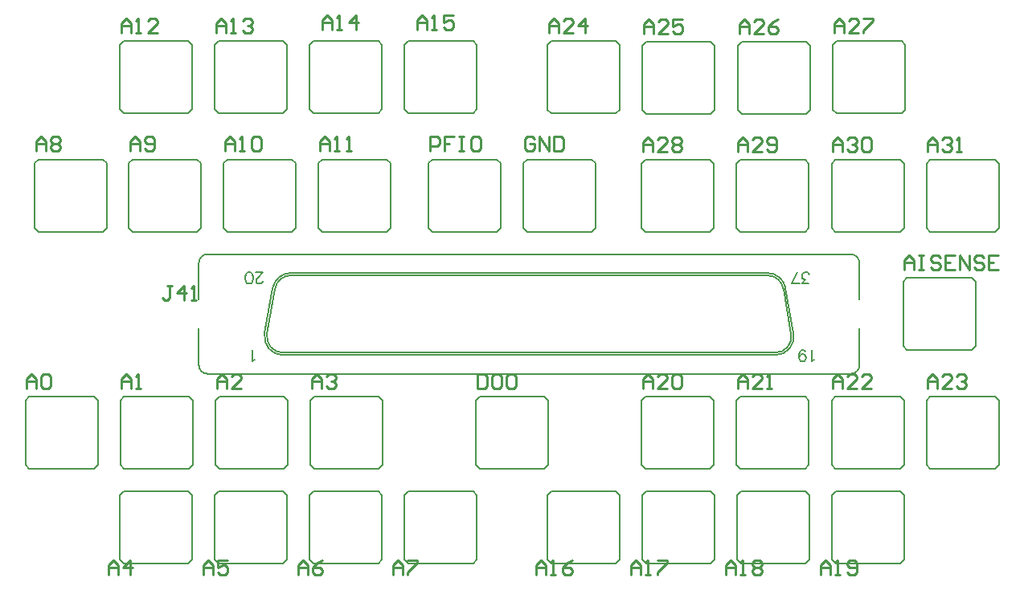
<source format=gto>
G04*
G04 #@! TF.GenerationSoftware,Altium Limited,Altium Designer,19.1.5 (86)*
G04*
G04 Layer_Color=65535*
%FSLAX44Y44*%
%MOMM*%
G71*
G01*
G75*
%ADD10C,0.2000*%
%ADD11C,0.2540*%
D10*
X1385706Y776706D02*
G03*
X1368947Y790767I-16759J-2957D01*
G01*
X1377329Y709233D02*
G03*
X1394088Y729209I0J17018D01*
G01*
X841926D02*
G03*
X858685Y709233I16759J-2957D01*
G01*
X867067Y790767D02*
G03*
X850308Y776706I0J-17018D01*
G01*
X1388208Y777148D02*
G03*
X1368947Y793307I-19260J-3399D01*
G01*
X1377329Y706693D02*
G03*
X1396590Y729650I0J19558D01*
G01*
X839424D02*
G03*
X858685Y706693I19260J-3399D01*
G01*
X867067Y793307D02*
G03*
X847806Y777148I0J-19558D01*
G01*
X1456973Y687008D02*
G03*
X1465863Y695898I0J8890D01*
G01*
Y804102D02*
G03*
X1456973Y812992I-8890J-0D01*
G01*
X779041Y812992D02*
G03*
X770151Y804102I0J-8890D01*
G01*
X770151Y695898D02*
G03*
X779041Y687008I8890J0D01*
G01*
X1514300Y965600D02*
Y1033600D01*
X1442200Y961500D02*
X1510200D01*
X1438100Y1033600D02*
X1442200Y1037700D01*
X1510200D02*
X1514300Y1033600D01*
X1438100Y965600D02*
X1442200Y961500D01*
X1438100Y965600D02*
Y1033600D01*
X1510200Y961500D02*
X1514300Y965600D01*
X1442200Y1037700D02*
X1510200D01*
X1513100Y491000D02*
Y559000D01*
X1441000Y486900D02*
X1509000D01*
X1436900Y559000D02*
X1441000Y563100D01*
X1509000D02*
X1513100Y559000D01*
X1436900Y491000D02*
X1441000Y486900D01*
X1436900Y491000D02*
Y559000D01*
X1509000Y486900D02*
X1513100Y491000D01*
X1441000Y563100D02*
X1509000D01*
X1413100Y491000D02*
Y559000D01*
X1341000Y486900D02*
X1409000D01*
X1336900Y559000D02*
X1341000Y563100D01*
X1409000D02*
X1413100Y559000D01*
X1336900Y491000D02*
X1341000Y486900D01*
X1336900Y491000D02*
Y559000D01*
X1409000Y486900D02*
X1413100Y491000D01*
X1341000Y563100D02*
X1409000D01*
X1313100Y491000D02*
Y559000D01*
X1241000Y486900D02*
X1309000D01*
X1236900Y559000D02*
X1241000Y563100D01*
X1309000D02*
X1313100Y559000D01*
X1236900Y491000D02*
X1241000Y486900D01*
X1236900Y491000D02*
Y559000D01*
X1309000Y486900D02*
X1313100Y491000D01*
X1241000Y563100D02*
X1309000D01*
X1213100Y491000D02*
Y559000D01*
X1141000Y486900D02*
X1209000D01*
X1136900Y559000D02*
X1141000Y563100D01*
X1209000D02*
X1213100Y559000D01*
X1136900Y491000D02*
X1141000Y486900D01*
X1136900Y491000D02*
Y559000D01*
X1209000Y486900D02*
X1213100Y491000D01*
X1141000Y563100D02*
X1209000D01*
X1063100Y491000D02*
Y559000D01*
X991000Y486900D02*
X1059000D01*
X986900Y559000D02*
X991000Y563100D01*
X1059000D02*
X1063100Y559000D01*
X986900Y491000D02*
X991000Y486900D01*
X986900Y491000D02*
Y559000D01*
X1059000Y486900D02*
X1063100Y491000D01*
X991000Y563100D02*
X1059000D01*
X963100Y491000D02*
Y559000D01*
X891001Y486900D02*
X959000D01*
X886900Y559000D02*
X891001Y563100D01*
X959000D02*
X963100Y559000D01*
X886900Y491000D02*
X891001Y486900D01*
X886900Y491000D02*
Y559000D01*
X959000Y486900D02*
X963100Y491000D01*
X891001Y563100D02*
X959000D01*
X863100Y491000D02*
Y559000D01*
X791000Y486900D02*
X859000D01*
X786900Y559000D02*
X791000Y563100D01*
X859000D02*
X863100Y559000D01*
X786900Y491000D02*
X791000Y486900D01*
X786900Y491000D02*
Y559000D01*
X859000Y486900D02*
X863100Y491000D01*
X791000Y563100D02*
X859000D01*
X763100Y491000D02*
Y559000D01*
X691000Y486900D02*
X759000D01*
X686900Y559000D02*
X691000Y563100D01*
X759000D02*
X763100Y559000D01*
X686900Y491000D02*
X691000Y486900D01*
X686900Y491000D02*
Y559000D01*
X759000Y486900D02*
X763100Y491000D01*
X691000Y563100D02*
X759000D01*
X1063100Y966000D02*
Y1034000D01*
X991000Y961900D02*
X1059000D01*
X986900Y1034000D02*
X991000Y1038100D01*
X1059000D02*
X1063100Y1034000D01*
X986900Y966000D02*
X991000Y961900D01*
X986900Y966000D02*
Y1034000D01*
X1059000Y961900D02*
X1063100Y966000D01*
X991000Y1038100D02*
X1059000D01*
X963100Y966000D02*
Y1034000D01*
X891001Y961900D02*
X959000D01*
X886900Y1034000D02*
X891001Y1038100D01*
X959000D02*
X963100Y1034000D01*
X886900Y966000D02*
X891001Y961900D01*
X886900Y966000D02*
Y1034000D01*
X959000Y961900D02*
X963100Y966000D01*
X891001Y1038100D02*
X959000D01*
X1385706Y776707D02*
X1394088Y729209D01*
X858685Y709233D02*
X1377329D01*
X841926Y729209D02*
X850308Y776707D01*
X867067Y790767D02*
X1368947D01*
X1388208Y777148D02*
X1396590Y729650D01*
X858685Y706693D02*
X1377329D01*
X839424Y729650D02*
X847806Y777148D01*
X867067Y793307D02*
X1368947D01*
X779041Y812992D02*
X1456972D01*
X779041Y687008D02*
X1456972D01*
X770151Y695898D02*
Y735000D01*
X1465862Y695898D02*
Y735000D01*
Y765000D02*
Y804102D01*
X770151Y765000D02*
Y804102D01*
X891400Y662700D02*
X959400D01*
Y586500D02*
X963500Y590600D01*
X887300D02*
Y658600D01*
Y590600D02*
X891400Y586500D01*
X959400Y662700D02*
X963500Y658600D01*
X887300D02*
X891400Y662700D01*
Y586500D02*
X959400D01*
X963500Y590600D02*
Y658600D01*
X791400Y662700D02*
X859400D01*
Y586500D02*
X863500Y590600D01*
X787300D02*
Y658600D01*
Y590600D02*
X791400Y586500D01*
X859400Y662700D02*
X863500Y658600D01*
X787300D02*
X791400Y662700D01*
Y586500D02*
X859400D01*
X863500Y590600D02*
Y658600D01*
X691400Y662700D02*
X759400D01*
Y586500D02*
X763500Y590600D01*
X687300D02*
Y658600D01*
Y590600D02*
X691400Y586500D01*
X759400Y662700D02*
X763500Y658600D01*
X687300D02*
X691400Y662700D01*
Y586500D02*
X759400D01*
X763500Y590600D02*
Y658600D01*
X591400Y662700D02*
X659400D01*
Y586500D02*
X663500Y590600D01*
X587300D02*
Y658600D01*
Y590600D02*
X591400Y586500D01*
X659400Y662700D02*
X663500Y658600D01*
X587300D02*
X591400Y662700D01*
Y586500D02*
X659400D01*
X663500Y590600D02*
Y658600D01*
X900200Y913100D02*
X968200D01*
Y836900D02*
X972300Y841000D01*
X896100D02*
Y909000D01*
Y841000D02*
X900200Y836900D01*
X968200Y913100D02*
X972300Y909000D01*
X896100D02*
X900200Y913100D01*
Y836900D02*
X968200D01*
X972300Y841000D02*
Y909000D01*
X800200Y913100D02*
X868200D01*
Y836900D02*
X872300Y841000D01*
X796100D02*
Y909000D01*
Y841000D02*
X800200Y836900D01*
X868200Y913100D02*
X872300Y909000D01*
X796100D02*
X800200Y913100D01*
Y836900D02*
X868200D01*
X872300Y841000D02*
Y909000D01*
X700200Y913100D02*
X768200D01*
Y836900D02*
X772300Y841000D01*
X696100D02*
Y909000D01*
Y841000D02*
X700200Y836900D01*
X768200Y913100D02*
X772300Y909000D01*
X696100D02*
X700200Y913100D01*
Y836900D02*
X768200D01*
X772300Y841000D02*
Y909000D01*
X601000Y913100D02*
X669000D01*
Y836900D02*
X673100Y841000D01*
X596900D02*
Y909000D01*
Y841000D02*
X601000Y836900D01*
X669000Y913100D02*
X673100Y909000D01*
X596900D02*
X601000Y913100D01*
Y836900D02*
X669000D01*
X673100Y841000D02*
Y909000D01*
X791001Y1038100D02*
X859001D01*
Y961900D02*
X863101Y966000D01*
X786901D02*
Y1034000D01*
Y966000D02*
X791001Y961900D01*
X859001Y1038100D02*
X863101Y1034000D01*
X786901D02*
X791001Y1038100D01*
Y961900D02*
X859001D01*
X863101Y966000D02*
Y1034000D01*
X691000Y1038100D02*
X759000D01*
Y961900D02*
X763100Y966000D01*
X686900D02*
Y1034000D01*
Y966000D02*
X691000Y961900D01*
X759000Y1038100D02*
X763100Y1034000D01*
X686900D02*
X691000Y1038100D01*
Y961900D02*
X759000D01*
X763100Y966000D02*
Y1034000D01*
X1540600Y662700D02*
X1608600D01*
Y586500D02*
X1612700Y590600D01*
X1536500D02*
Y658600D01*
Y590600D02*
X1540600Y586500D01*
X1608600Y662700D02*
X1612700Y658600D01*
X1536500D02*
X1540600Y662700D01*
Y586500D02*
X1608600D01*
X1612700Y590600D02*
Y658600D01*
X1440600Y662700D02*
X1508600D01*
Y586500D02*
X1512699Y590600D01*
X1436499D02*
Y658600D01*
Y590600D02*
X1440600Y586500D01*
X1508600Y662700D02*
X1512699Y658600D01*
X1436499D02*
X1440600Y662700D01*
Y586500D02*
X1508600D01*
X1512699Y590600D02*
Y658600D01*
X1340600Y662700D02*
X1408600D01*
Y586500D02*
X1412700Y590600D01*
X1336500D02*
Y658600D01*
Y590600D02*
X1340600Y586500D01*
X1408600Y662700D02*
X1412700Y658600D01*
X1336500D02*
X1340600Y662700D01*
Y586500D02*
X1408600D01*
X1412700Y590600D02*
Y658600D01*
X1240600Y662700D02*
X1308599D01*
Y586500D02*
X1312699Y590600D01*
X1236499D02*
Y658600D01*
Y590600D02*
X1240600Y586500D01*
X1308599Y662700D02*
X1312699Y658600D01*
X1236499D02*
X1240600Y662700D01*
Y586500D02*
X1308599D01*
X1312699Y590600D02*
Y658600D01*
X1342200Y1036900D02*
X1410200D01*
Y960700D02*
X1414300Y964800D01*
X1338100D02*
Y1032800D01*
Y964800D02*
X1342200Y960700D01*
X1410200Y1036900D02*
X1414300Y1032800D01*
X1338100D02*
X1342200Y1036900D01*
Y960700D02*
X1410200D01*
X1414300Y964800D02*
Y1032800D01*
X1241400Y1036900D02*
X1309400D01*
Y960700D02*
X1313500Y964800D01*
X1237300D02*
Y1032800D01*
Y964800D02*
X1241400Y960700D01*
X1309400Y1036900D02*
X1313500Y1032800D01*
X1237300D02*
X1241400Y1036900D01*
Y960700D02*
X1309400D01*
X1313500Y964800D02*
Y1032800D01*
X1141400Y1037700D02*
X1209400D01*
Y961500D02*
X1213500Y965600D01*
X1137300D02*
Y1033600D01*
Y965600D02*
X1141400Y961500D01*
X1209400Y1037700D02*
X1213500Y1033600D01*
X1137300D02*
X1141400Y1037700D01*
Y961500D02*
X1209400D01*
X1213500Y965600D02*
Y1033600D01*
X1540600Y912700D02*
X1608600D01*
Y836500D02*
X1612700Y840600D01*
X1536500D02*
Y908600D01*
Y840600D02*
X1540600Y836500D01*
X1608600Y912700D02*
X1612700Y908600D01*
X1536500D02*
X1540600Y912700D01*
Y836500D02*
X1608600D01*
X1612700Y840600D02*
Y908600D01*
X1440600Y912700D02*
X1508600D01*
Y836500D02*
X1512699Y840600D01*
X1436499D02*
Y908600D01*
Y840600D02*
X1440600Y836500D01*
X1508600Y912700D02*
X1512699Y908600D01*
X1436499D02*
X1440600Y912700D01*
Y836500D02*
X1508600D01*
X1512699Y840600D02*
Y908600D01*
X1340600Y912700D02*
X1408600D01*
Y836500D02*
X1412700Y840600D01*
X1336500D02*
Y908600D01*
Y840600D02*
X1340600Y836500D01*
X1408600Y912700D02*
X1412700Y908600D01*
X1336500D02*
X1340600Y912700D01*
Y836500D02*
X1408600D01*
X1412700Y840600D02*
Y908600D01*
X1240600Y912700D02*
X1308599D01*
Y836500D02*
X1312699Y840600D01*
X1236499D02*
Y908600D01*
Y840600D02*
X1240600Y836500D01*
X1308599Y912700D02*
X1312699Y908600D01*
X1236499D02*
X1240600Y912700D01*
Y836500D02*
X1308599D01*
X1312699Y840600D02*
Y908600D01*
X1516000Y788100D02*
X1584000D01*
Y711900D02*
X1588100Y716000D01*
X1511900D02*
Y784000D01*
Y716000D02*
X1516000Y711900D01*
X1584000Y788100D02*
X1588100Y784000D01*
X1511900D02*
X1516000Y788100D01*
Y711900D02*
X1584000D01*
X1588100Y716000D02*
Y784000D01*
X1066000Y663100D02*
X1134000D01*
Y586900D02*
X1138100Y591000D01*
X1061900D02*
Y659000D01*
Y591000D02*
X1066000Y586900D01*
X1134000Y663100D02*
X1138100Y659000D01*
X1061900D02*
X1066000Y663100D01*
Y586900D02*
X1134000D01*
X1138100Y591000D02*
Y659000D01*
X1016000Y913100D02*
X1084000D01*
Y836900D02*
X1088100Y841000D01*
X1011900D02*
Y909000D01*
Y841000D02*
X1016000Y836900D01*
X1084000Y913100D02*
X1088100Y909000D01*
X1011900D02*
X1016000Y913100D01*
Y836900D02*
X1084000D01*
X1088100Y841000D02*
Y909000D01*
X1116000Y913100D02*
X1184000D01*
Y836900D02*
X1188100Y841000D01*
X1111900D02*
Y909000D01*
Y841000D02*
X1116000Y836900D01*
X1184000Y913100D02*
X1188100Y909000D01*
X1111900D02*
X1116000Y913100D01*
Y836900D02*
X1184000D01*
X1188100Y841000D02*
Y909000D01*
X837134Y784859D02*
Y784288D01*
X836563Y783145D01*
X835992Y782574D01*
X834849Y782003D01*
X832564D01*
X831422Y782574D01*
X830850Y783145D01*
X830279Y784288D01*
Y785430D01*
X830850Y786573D01*
X831993Y788287D01*
X837706Y794000D01*
X829708D01*
X823595Y782003D02*
X825309Y782574D01*
X826451Y784288D01*
X827022Y787144D01*
Y788858D01*
X826451Y791715D01*
X825309Y793429D01*
X823595Y794000D01*
X822452D01*
X820738Y793429D01*
X819595Y791715D01*
X819024Y788858D01*
Y787144D01*
X819595Y784288D01*
X820738Y782574D01*
X822452Y782003D01*
X823595D01*
X1418319Y702288D02*
X1417176Y701717D01*
X1415462Y700003D01*
Y712000D01*
X1402094Y704002D02*
X1402665Y705716D01*
X1403808Y706858D01*
X1405522Y707430D01*
X1406093D01*
X1407807Y706858D01*
X1408950Y705716D01*
X1409521Y704002D01*
Y703430D01*
X1408950Y701717D01*
X1407807Y700574D01*
X1406093Y700003D01*
X1405522D01*
X1403808Y700574D01*
X1402665Y701717D01*
X1402094Y704002D01*
Y706858D01*
X1402665Y709715D01*
X1403808Y711429D01*
X1405522Y712000D01*
X1406664D01*
X1408378Y711429D01*
X1408950Y710286D01*
X1412176Y782003D02*
X1405892D01*
X1409320Y786573D01*
X1407606D01*
X1406463Y787144D01*
X1405892Y787716D01*
X1405321Y789429D01*
Y790572D01*
X1405892Y792286D01*
X1407035Y793429D01*
X1408749Y794000D01*
X1410462D01*
X1412176Y793429D01*
X1412748Y792857D01*
X1413319Y791715D01*
X1394637Y782003D02*
X1400350Y794000D01*
X1402636Y782003D02*
X1394637D01*
X829206Y702288D02*
X828063Y701717D01*
X826349Y700003D01*
Y712000D01*
D11*
X742012Y779459D02*
X736933D01*
X739473D01*
Y766763D01*
X736933Y764224D01*
X734394D01*
X731855Y766763D01*
X754708Y764224D02*
Y779459D01*
X747090Y771842D01*
X757247D01*
X762325Y764224D02*
X767404D01*
X764864D01*
Y779459D01*
X762325Y776920D01*
X1513370Y796798D02*
Y806955D01*
X1518448Y812033D01*
X1523527Y806955D01*
Y796798D01*
Y804416D01*
X1513370D01*
X1528605Y812033D02*
X1533683D01*
X1531144D01*
Y796798D01*
X1528605D01*
X1533683D01*
X1551458Y809494D02*
X1548918Y812033D01*
X1543840D01*
X1541301Y809494D01*
Y806955D01*
X1543840Y804416D01*
X1548918D01*
X1551458Y801876D01*
Y799337D01*
X1548918Y796798D01*
X1543840D01*
X1541301Y799337D01*
X1566693Y812033D02*
X1556536D01*
Y796798D01*
X1566693D01*
X1556536Y804416D02*
X1561614D01*
X1571771Y796798D02*
Y812033D01*
X1581928Y796798D01*
Y812033D01*
X1597163Y809494D02*
X1594624Y812033D01*
X1589545D01*
X1587006Y809494D01*
Y806955D01*
X1589545Y804416D01*
X1594624D01*
X1597163Y801876D01*
Y799337D01*
X1594624Y796798D01*
X1589545D01*
X1587006Y799337D01*
X1612398Y812033D02*
X1602241D01*
Y796798D01*
X1612398D01*
X1602241Y804416D02*
X1607320D01*
X1063498Y686919D02*
Y671684D01*
X1071115D01*
X1073655Y674223D01*
Y684380D01*
X1071115Y686919D01*
X1063498D01*
X1086351D02*
X1081272D01*
X1078733Y684380D01*
Y674223D01*
X1081272Y671684D01*
X1086351D01*
X1088890Y674223D01*
Y684380D01*
X1086351Y686919D01*
X1093968Y684380D02*
X1096507Y686919D01*
X1101586D01*
X1104125Y684380D01*
Y674223D01*
X1101586Y671684D01*
X1096507D01*
X1093968Y674223D01*
Y684380D01*
X1013498Y921658D02*
Y936893D01*
X1021116D01*
X1023655Y934354D01*
Y929275D01*
X1021116Y926736D01*
X1013498D01*
X1038890Y936893D02*
X1028733D01*
Y929275D01*
X1033812D01*
X1028733D01*
Y921658D01*
X1043968Y936893D02*
X1049047D01*
X1046507D01*
Y921658D01*
X1043968D01*
X1049047D01*
X1064282Y936893D02*
X1059203D01*
X1056664Y934354D01*
Y924197D01*
X1059203Y921658D01*
X1064282D01*
X1066821Y924197D01*
Y934354D01*
X1064282Y936893D01*
X1123477Y934354D02*
X1120937Y936893D01*
X1115859D01*
X1113320Y934354D01*
Y924197D01*
X1115859Y921658D01*
X1120937D01*
X1123477Y924197D01*
Y929275D01*
X1118398D01*
X1128555Y921658D02*
Y936893D01*
X1138712Y921658D01*
Y936893D01*
X1143790D02*
Y921658D01*
X1151408D01*
X1153947Y924197D01*
Y934354D01*
X1151408Y936893D01*
X1143790D01*
X1538008Y921366D02*
Y931523D01*
X1543086Y936601D01*
X1548165Y931523D01*
Y921366D01*
Y928984D01*
X1538008D01*
X1553243Y934062D02*
X1555782Y936601D01*
X1560860D01*
X1563400Y934062D01*
Y931523D01*
X1560860Y928984D01*
X1558321D01*
X1560860D01*
X1563400Y926444D01*
Y923905D01*
X1560860Y921366D01*
X1555782D01*
X1553243Y923905D01*
X1568478Y921366D02*
X1573556D01*
X1571017D01*
Y936601D01*
X1568478Y934062D01*
X1437932Y921366D02*
Y931523D01*
X1443010Y936601D01*
X1448089Y931523D01*
Y921366D01*
Y928984D01*
X1437932D01*
X1453167Y934062D02*
X1455706Y936601D01*
X1460784D01*
X1463324Y934062D01*
Y931523D01*
X1460784Y928984D01*
X1458245D01*
X1460784D01*
X1463324Y926444D01*
Y923905D01*
X1460784Y921366D01*
X1455706D01*
X1453167Y923905D01*
X1468402Y934062D02*
X1470941Y936601D01*
X1476019D01*
X1478559Y934062D01*
Y923905D01*
X1476019Y921366D01*
X1470941D01*
X1468402Y923905D01*
Y934062D01*
X1338110Y921366D02*
Y931523D01*
X1343188Y936601D01*
X1348266Y931523D01*
Y921366D01*
Y928984D01*
X1338110D01*
X1363501Y921366D02*
X1353345D01*
X1363501Y931523D01*
Y934062D01*
X1360962Y936601D01*
X1355884D01*
X1353345Y934062D01*
X1368580Y923905D02*
X1371119Y921366D01*
X1376197D01*
X1378737Y923905D01*
Y934062D01*
X1376197Y936601D01*
X1371119D01*
X1368580Y934062D01*
Y931523D01*
X1371119Y928984D01*
X1378737D01*
X1238034Y921366D02*
Y931523D01*
X1243112Y936601D01*
X1248191Y931523D01*
Y921366D01*
Y928984D01*
X1238034D01*
X1263426Y921366D02*
X1253269D01*
X1263426Y931523D01*
Y934062D01*
X1260886Y936601D01*
X1255808D01*
X1253269Y934062D01*
X1268504D02*
X1271043Y936601D01*
X1276121D01*
X1278661Y934062D01*
Y931523D01*
X1276121Y928984D01*
X1278661Y926444D01*
Y923905D01*
X1276121Y921366D01*
X1271043D01*
X1268504Y923905D01*
Y926444D01*
X1271043Y928984D01*
X1268504Y931523D01*
Y934062D01*
X1271043Y928984D02*
X1276121D01*
X1439672Y1046226D02*
Y1056383D01*
X1444750Y1061461D01*
X1449829Y1056383D01*
Y1046226D01*
Y1053844D01*
X1439672D01*
X1465064Y1046226D02*
X1454907D01*
X1465064Y1056383D01*
Y1058922D01*
X1462525Y1061461D01*
X1457446D01*
X1454907Y1058922D01*
X1470142Y1061461D02*
X1480299D01*
Y1058922D01*
X1470142Y1048765D01*
Y1046226D01*
X1339596Y1045464D02*
Y1055621D01*
X1344674Y1060699D01*
X1349753Y1055621D01*
Y1045464D01*
Y1053082D01*
X1339596D01*
X1364988Y1045464D02*
X1354831D01*
X1364988Y1055621D01*
Y1058160D01*
X1362449Y1060699D01*
X1357370D01*
X1354831Y1058160D01*
X1380223Y1060699D02*
X1375145Y1058160D01*
X1370066Y1053082D01*
Y1048003D01*
X1372605Y1045464D01*
X1377684D01*
X1380223Y1048003D01*
Y1050542D01*
X1377684Y1053082D01*
X1370066D01*
X1238758Y1045464D02*
Y1055621D01*
X1243836Y1060699D01*
X1248915Y1055621D01*
Y1045464D01*
Y1053082D01*
X1238758D01*
X1264150Y1045464D02*
X1253993D01*
X1264150Y1055621D01*
Y1058160D01*
X1261611Y1060699D01*
X1256532D01*
X1253993Y1058160D01*
X1279385Y1060699D02*
X1269228D01*
Y1053082D01*
X1274306Y1055621D01*
X1276846D01*
X1279385Y1053082D01*
Y1048003D01*
X1276846Y1045464D01*
X1271767D01*
X1269228Y1048003D01*
X1138936Y1046226D02*
Y1056383D01*
X1144014Y1061461D01*
X1149093Y1056383D01*
Y1046226D01*
Y1053844D01*
X1138936D01*
X1164328Y1046226D02*
X1154171D01*
X1164328Y1056383D01*
Y1058922D01*
X1161789Y1061461D01*
X1156710D01*
X1154171Y1058922D01*
X1177024Y1046226D02*
Y1061461D01*
X1169406Y1053844D01*
X1179563D01*
X1538008Y671430D02*
Y681587D01*
X1543086Y686665D01*
X1548165Y681587D01*
Y671430D01*
Y679047D01*
X1538008D01*
X1563400Y671430D02*
X1553243D01*
X1563400Y681587D01*
Y684126D01*
X1560860Y686665D01*
X1555782D01*
X1553243Y684126D01*
X1568478D02*
X1571017Y686665D01*
X1576095D01*
X1578635Y684126D01*
Y681587D01*
X1576095Y679047D01*
X1573556D01*
X1576095D01*
X1578635Y676508D01*
Y673969D01*
X1576095Y671430D01*
X1571017D01*
X1568478Y673969D01*
X1437932Y671430D02*
Y681587D01*
X1443010Y686665D01*
X1448089Y681587D01*
Y671430D01*
Y679047D01*
X1437932D01*
X1463324Y671430D02*
X1453167D01*
X1463324Y681587D01*
Y684126D01*
X1460784Y686665D01*
X1455706D01*
X1453167Y684126D01*
X1478559Y671430D02*
X1468402D01*
X1478559Y681587D01*
Y684126D01*
X1476019Y686665D01*
X1470941D01*
X1468402Y684126D01*
X1338110Y671430D02*
Y681587D01*
X1343188Y686665D01*
X1348266Y681587D01*
Y671430D01*
Y679047D01*
X1338110D01*
X1363501Y671430D02*
X1353345D01*
X1363501Y681587D01*
Y684126D01*
X1360962Y686665D01*
X1355884D01*
X1353345Y684126D01*
X1368580Y671430D02*
X1373658D01*
X1371119D01*
Y686665D01*
X1368580Y684126D01*
X1238034Y671430D02*
Y681587D01*
X1243112Y686665D01*
X1248191Y681587D01*
Y671430D01*
Y679047D01*
X1238034D01*
X1263426Y671430D02*
X1253269D01*
X1263426Y681587D01*
Y684126D01*
X1260886Y686665D01*
X1255808D01*
X1253269Y684126D01*
X1268504D02*
X1271043Y686665D01*
X1276121D01*
X1278661Y684126D01*
Y673969D01*
X1276121Y671430D01*
X1271043D01*
X1268504Y673969D01*
Y684126D01*
X1425000Y475000D02*
Y485157D01*
X1430078Y490235D01*
X1435157Y485157D01*
Y475000D01*
Y482617D01*
X1425000D01*
X1440235Y475000D02*
X1445313D01*
X1442774D01*
Y490235D01*
X1440235Y487696D01*
X1452931Y477539D02*
X1455470Y475000D01*
X1460549D01*
X1463088Y477539D01*
Y487696D01*
X1460549Y490235D01*
X1455470D01*
X1452931Y487696D01*
Y485157D01*
X1455470Y482617D01*
X1463088D01*
X1325000Y475000D02*
Y485157D01*
X1330078Y490235D01*
X1335157Y485157D01*
Y475000D01*
Y482617D01*
X1325000D01*
X1340235Y475000D02*
X1345313D01*
X1342774D01*
Y490235D01*
X1340235Y487696D01*
X1352931D02*
X1355470Y490235D01*
X1360549D01*
X1363088Y487696D01*
Y485157D01*
X1360549Y482617D01*
X1363088Y480078D01*
Y477539D01*
X1360549Y475000D01*
X1355470D01*
X1352931Y477539D01*
Y480078D01*
X1355470Y482617D01*
X1352931Y485157D01*
Y487696D01*
X1355470Y482617D02*
X1360549D01*
X1225000Y475000D02*
Y485157D01*
X1230078Y490235D01*
X1235157Y485157D01*
Y475000D01*
Y482617D01*
X1225000D01*
X1240235Y475000D02*
X1245313D01*
X1242774D01*
Y490235D01*
X1240235Y487696D01*
X1252931Y490235D02*
X1263088D01*
Y487696D01*
X1252931Y477539D01*
Y475000D01*
X1125000D02*
Y485157D01*
X1130078Y490235D01*
X1135157Y485157D01*
Y475000D01*
Y482617D01*
X1125000D01*
X1140235Y475000D02*
X1145313D01*
X1142774D01*
Y490235D01*
X1140235Y487696D01*
X1163088Y490235D02*
X1158009Y487696D01*
X1152931Y482617D01*
Y477539D01*
X1155470Y475000D01*
X1160548D01*
X1163088Y477539D01*
Y480078D01*
X1160548Y482617D01*
X1152931D01*
X1000000Y1050000D02*
Y1060157D01*
X1005078Y1065235D01*
X1010157Y1060157D01*
Y1050000D01*
Y1057617D01*
X1000000D01*
X1015235Y1050000D02*
X1020313D01*
X1017774D01*
Y1065235D01*
X1015235Y1062696D01*
X1038088Y1065235D02*
X1027931D01*
Y1057617D01*
X1033009Y1060157D01*
X1035548D01*
X1038088Y1057617D01*
Y1052539D01*
X1035548Y1050000D01*
X1030470D01*
X1027931Y1052539D01*
X900000Y1050000D02*
Y1060157D01*
X905078Y1065235D01*
X910157Y1060157D01*
Y1050000D01*
Y1057617D01*
X900000D01*
X915235Y1050000D02*
X920313D01*
X917774D01*
Y1065235D01*
X915235Y1062696D01*
X935548Y1050000D02*
Y1065235D01*
X927931Y1057617D01*
X938088D01*
X788454Y1046734D02*
Y1056891D01*
X793532Y1061969D01*
X798611Y1056891D01*
Y1046734D01*
Y1054352D01*
X788454D01*
X803689Y1046734D02*
X808767D01*
X806228D01*
Y1061969D01*
X803689Y1059430D01*
X816385D02*
X818924Y1061969D01*
X824003D01*
X826542Y1059430D01*
Y1056891D01*
X824003Y1054352D01*
X821463D01*
X824003D01*
X826542Y1051812D01*
Y1049273D01*
X824003Y1046734D01*
X818924D01*
X816385Y1049273D01*
X688378Y1046734D02*
Y1056891D01*
X693456Y1061969D01*
X698535Y1056891D01*
Y1046734D01*
Y1054352D01*
X688378D01*
X703613Y1046734D02*
X708691D01*
X706152D01*
Y1061969D01*
X703613Y1059430D01*
X726466Y1046734D02*
X716309D01*
X726466Y1056891D01*
Y1059430D01*
X723926Y1061969D01*
X718848D01*
X716309Y1059430D01*
X897692Y921766D02*
Y931923D01*
X902770Y937001D01*
X907849Y931923D01*
Y921766D01*
Y929383D01*
X897692D01*
X912927Y921766D02*
X918005D01*
X915466D01*
Y937001D01*
X912927Y934462D01*
X925623Y921766D02*
X930701D01*
X928162D01*
Y937001D01*
X925623Y934462D01*
X797616Y921766D02*
Y931923D01*
X802694Y937001D01*
X807773Y931923D01*
Y921766D01*
Y929383D01*
X797616D01*
X812851Y921766D02*
X817929D01*
X815390D01*
Y937001D01*
X812851Y934462D01*
X825547D02*
X828086Y937001D01*
X833165D01*
X835704Y934462D01*
Y924305D01*
X833165Y921766D01*
X828086D01*
X825547Y924305D01*
Y934462D01*
X697540Y921766D02*
Y931923D01*
X702618Y937001D01*
X707697Y931923D01*
Y921766D01*
Y929383D01*
X697540D01*
X712775Y924305D02*
X715314Y921766D01*
X720393D01*
X722932Y924305D01*
Y934462D01*
X720393Y937001D01*
X715314D01*
X712775Y934462D01*
Y931923D01*
X715314Y929383D01*
X722932D01*
X598480Y921766D02*
Y931923D01*
X603558Y937001D01*
X608637Y931923D01*
Y921766D01*
Y929383D01*
X598480D01*
X613715Y934462D02*
X616254Y937001D01*
X621333D01*
X623872Y934462D01*
Y931923D01*
X621333Y929383D01*
X623872Y926844D01*
Y924305D01*
X621333Y921766D01*
X616254D01*
X613715Y924305D01*
Y926844D01*
X616254Y929383D01*
X613715Y931923D01*
Y934462D01*
X616254Y929383D02*
X621333D01*
X975000Y475000D02*
Y485157D01*
X980078Y490235D01*
X985157Y485157D01*
Y475000D01*
Y482617D01*
X975000D01*
X990235Y490235D02*
X1000392D01*
Y487696D01*
X990235Y477539D01*
Y475000D01*
X875000D02*
Y485157D01*
X880078Y490235D01*
X885157Y485157D01*
Y475000D01*
Y482617D01*
X875000D01*
X900392Y490235D02*
X895313Y487696D01*
X890235Y482617D01*
Y477539D01*
X892774Y475000D01*
X897853D01*
X900392Y477539D01*
Y480078D01*
X897853Y482617D01*
X890235D01*
X775000Y475000D02*
Y485157D01*
X780078Y490235D01*
X785157Y485157D01*
Y475000D01*
Y482617D01*
X775000D01*
X800392Y490235D02*
X790235D01*
Y482617D01*
X795313Y485157D01*
X797853D01*
X800392Y482617D01*
Y477539D01*
X797853Y475000D01*
X792774D01*
X790235Y477539D01*
X675000Y475000D02*
Y485157D01*
X680078Y490235D01*
X685157Y485157D01*
Y475000D01*
Y482617D01*
X675000D01*
X697853Y475000D02*
Y490235D01*
X690235Y482617D01*
X700392D01*
X888962Y671430D02*
Y681587D01*
X894040Y686665D01*
X899119Y681587D01*
Y671430D01*
Y679047D01*
X888962D01*
X904197Y684126D02*
X906736Y686665D01*
X911815D01*
X914354Y684126D01*
Y681587D01*
X911815Y679047D01*
X909276D01*
X911815D01*
X914354Y676508D01*
Y673969D01*
X911815Y671430D01*
X906736D01*
X904197Y673969D01*
X788886Y671430D02*
Y681587D01*
X793964Y686665D01*
X799043Y681587D01*
Y671430D01*
Y679047D01*
X788886D01*
X814278Y671430D02*
X804121D01*
X814278Y681587D01*
Y684126D01*
X811739Y686665D01*
X806660D01*
X804121Y684126D01*
X688810Y671430D02*
Y681587D01*
X693888Y686665D01*
X698967Y681587D01*
Y671430D01*
Y679047D01*
X688810D01*
X704045Y671430D02*
X709124D01*
X706584D01*
Y686665D01*
X704045Y684126D01*
X588734Y671430D02*
Y681587D01*
X593812Y686665D01*
X598891Y681587D01*
Y671430D01*
Y679047D01*
X588734D01*
X603969Y684126D02*
X606508Y686665D01*
X611587D01*
X614126Y684126D01*
Y673969D01*
X611587Y671430D01*
X606508D01*
X603969Y673969D01*
Y684126D01*
M02*

</source>
